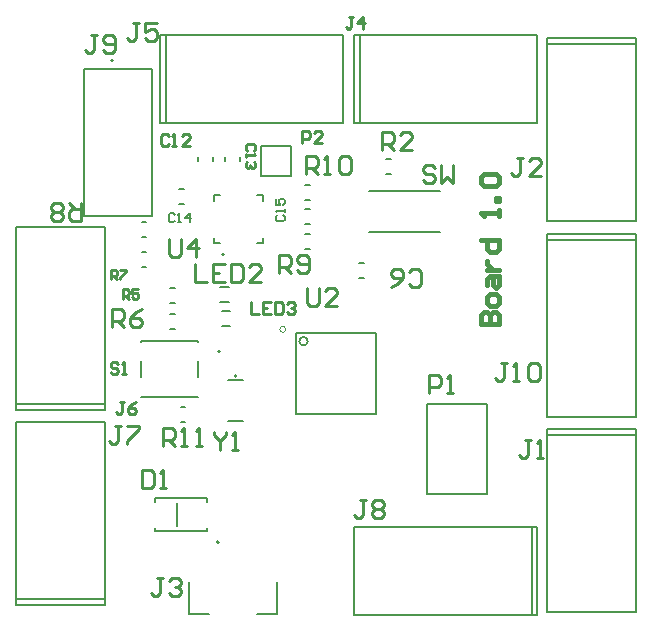
<source format=gto>
G04*
G04 #@! TF.GenerationSoftware,Altium Limited,Altium Designer,23.3.1 (30)*
G04*
G04 Layer_Color=65535*
%FSLAX25Y25*%
%MOIN*%
G70*
G04*
G04 #@! TF.SameCoordinates,C0566122-47CB-4EAD-8267-09603FDD0119*
G04*
G04*
G04 #@! TF.FilePolarity,Positive*
G04*
G01*
G75*
%ADD10C,0.00787*%
%ADD11C,0.00000*%
%ADD12C,0.00600*%
%ADD13C,0.00500*%
%ADD14C,0.01500*%
%ADD15C,0.01000*%
%ADD16C,0.00800*%
D10*
X244929Y203906D02*
G03*
X244929Y203906I-394J0D01*
G01*
X209327Y300862D02*
G03*
X209327Y300862I-394J0D01*
G01*
X250394Y195768D02*
G03*
X250394Y195768I-394J0D01*
G01*
X244486Y140307D02*
G03*
X244486Y140307I-394J0D01*
G01*
X246276Y236189D02*
G03*
X246276Y236189I-394J0D01*
G01*
X231716Y180500D02*
X233291D01*
X231716Y185500D02*
X233291D01*
X218713Y237000D02*
X220288D01*
X218713Y232000D02*
X220288D01*
X242500Y267213D02*
Y268787D01*
X237500Y267213D02*
Y268787D01*
X258500Y262500D02*
Y272500D01*
Y262500D02*
X268500D01*
Y272500D01*
X258500D02*
X268500D01*
X231217Y258000D02*
X232791D01*
X231217Y253000D02*
X232791D01*
X300216Y263000D02*
X301791D01*
X300216Y268000D02*
X301791D01*
X291213Y233500D02*
X292787D01*
X291213Y228500D02*
X292787D01*
X244996Y220539D02*
X247752D01*
X244996Y225461D02*
X247752D01*
X245496Y212539D02*
X248252D01*
X245496Y217461D02*
X248252D01*
X228217Y216500D02*
X229791D01*
X228217Y211500D02*
X229791D01*
X273213Y246500D02*
X274787D01*
X273213Y251500D02*
X274787D01*
X218709Y247000D02*
X220284D01*
X218709Y242000D02*
X220284D01*
X251500Y267213D02*
Y268787D01*
X246500Y267213D02*
Y268787D01*
X273212Y238000D02*
X274787D01*
X273212Y243000D02*
X274787D01*
X273212Y254500D02*
X274787D01*
X273212Y259500D02*
X274787D01*
X228212Y225000D02*
X229787D01*
X228212Y220000D02*
X229787D01*
X223303Y143988D02*
Y145169D01*
X240626Y153831D02*
Y155012D01*
X223303D02*
X240626D01*
X223303Y153831D02*
Y155012D01*
X240626Y143988D02*
Y145169D01*
X223303Y143988D02*
X240626D01*
X230488Y145563D02*
Y153437D01*
X314000Y156500D02*
Y186500D01*
Y156500D02*
X334000D01*
Y186500D01*
X314000D02*
X334000D01*
D11*
X266783Y211264D02*
G03*
X266783Y211264I-1000J0D01*
G01*
D12*
X274114Y207300D02*
G03*
X274114Y207300I-1414J0D01*
G01*
X270114Y209886D02*
X296886D01*
X270114Y183114D02*
Y209886D01*
Y183114D02*
X296886D01*
Y209886D01*
D13*
X218551Y188551D02*
Y188866D01*
Y207134D02*
Y207449D01*
X237449Y188551D02*
Y188866D01*
Y207134D02*
Y207449D01*
X218551Y188551D02*
X237449D01*
X218551Y207449D02*
X237449D01*
Y195441D02*
Y200559D01*
X218551Y195441D02*
Y200559D01*
X222319Y249091D02*
Y297909D01*
X199681D02*
X222319D01*
X199681Y249091D02*
Y297909D01*
Y249091D02*
X222319D01*
X247441Y180728D02*
X252559D01*
X247441Y194272D02*
X252559D01*
X348713Y115965D02*
Y145492D01*
X350681D01*
X289657D02*
X348713D01*
X289657Y115965D02*
Y145492D01*
Y115965D02*
X348713D01*
X350681D01*
Y145492D01*
X354008Y176028D02*
X383535D01*
X354008D02*
Y177996D01*
Y116972D02*
Y176028D01*
Y116972D02*
X383535D01*
Y176028D01*
Y177996D01*
X354008D02*
X383535D01*
X354008Y241028D02*
X383535D01*
X354008D02*
Y242996D01*
Y181972D02*
Y241028D01*
Y181972D02*
X383535D01*
Y241028D01*
Y242996D01*
X354008D02*
X383535D01*
X354008Y306528D02*
X383535D01*
X354008D02*
Y308496D01*
Y247472D02*
Y306528D01*
Y247472D02*
X383535D01*
Y306528D01*
Y308496D01*
X354008D02*
X383535D01*
X291472Y280008D02*
Y309535D01*
X289504Y280008D02*
X291472D01*
X350528D01*
Y309535D01*
X291472D02*
X350528D01*
X289504D02*
X291472D01*
X289504Y280008D02*
Y309535D01*
X226787Y280008D02*
Y309535D01*
X224819Y280008D02*
X226787D01*
X285843D01*
Y309535D01*
X226787D02*
X285843D01*
X224819D02*
X226787D01*
X224819Y280008D02*
Y309535D01*
X294689Y243610D02*
X318311D01*
X294689Y257390D02*
X318311D01*
X176965Y186472D02*
X206492D01*
Y184504D02*
Y186472D01*
Y245528D01*
X176965D02*
X206492D01*
X176965Y186472D02*
Y245528D01*
Y184504D02*
Y186472D01*
Y184504D02*
X206492D01*
X176965Y121287D02*
X206492D01*
Y119319D02*
Y121287D01*
Y180343D01*
X176965D02*
X206492D01*
X176965Y121287D02*
Y180343D01*
Y119319D02*
Y121287D01*
Y119319D02*
X206492D01*
X257065Y116291D02*
X263974D01*
X234447D02*
X241356D01*
X234447D02*
Y126921D01*
X263974Y116291D02*
Y126921D01*
X242929Y239929D02*
Y241858D01*
Y239929D02*
X244858D01*
X259071Y254142D02*
Y256071D01*
X257142D02*
X259071D01*
X257142Y239929D02*
X259071D01*
Y241858D01*
X242929Y256071D02*
X244858D01*
X242929Y254142D02*
Y256071D01*
X264000Y249251D02*
X263500Y248751D01*
Y247751D01*
X264000Y247251D01*
X266000D01*
X266499Y247751D01*
Y248751D01*
X266000Y249251D01*
X266499Y250250D02*
Y251250D01*
Y250750D01*
X263500D01*
X264000Y250250D01*
X263500Y254749D02*
Y252749D01*
X265000D01*
X264500Y253749D01*
Y254249D01*
X265000Y254749D01*
X266000D01*
X266499Y254249D01*
Y253249D01*
X266000Y252749D01*
D14*
X332002Y213000D02*
X338000D01*
Y215999D01*
X337000Y216999D01*
X336001D01*
X335001Y215999D01*
Y213000D01*
Y215999D01*
X334001Y216999D01*
X333002D01*
X332002Y215999D01*
Y213000D01*
X338000Y219998D02*
Y221997D01*
X337000Y222997D01*
X335001D01*
X334001Y221997D01*
Y219998D01*
X335001Y218998D01*
X337000D01*
X338000Y219998D01*
X334001Y225996D02*
Y227995D01*
X335001Y228995D01*
X338000D01*
Y225996D01*
X337000Y224996D01*
X336001Y225996D01*
Y228995D01*
X334001Y230994D02*
X338000D01*
X336001D01*
X335001Y231994D01*
X334001Y232994D01*
Y233993D01*
X332002Y240991D02*
X338000D01*
Y237992D01*
X337000Y236992D01*
X335001D01*
X334001Y237992D01*
Y240991D01*
X338000Y248988D02*
Y250988D01*
Y249988D01*
X332002D01*
X333002Y248988D01*
X338000Y253987D02*
X337000D01*
Y254986D01*
X338000D01*
Y253987D01*
X333002Y258985D02*
X332002Y259985D01*
Y261984D01*
X333002Y262984D01*
X337000D01*
X338000Y261984D01*
Y259985D01*
X337000Y258985D01*
X333002D01*
D15*
X211000Y199812D02*
X210344Y200468D01*
X209032D01*
X208376Y199812D01*
Y199156D01*
X209032Y198500D01*
X210344D01*
X211000Y197844D01*
Y197188D01*
X210344Y196532D01*
X209032D01*
X208376Y197188D01*
X212312Y196532D02*
X213624D01*
X212968D01*
Y200468D01*
X212312Y199812D01*
X226002Y172501D02*
Y178499D01*
X229001D01*
X230001Y177499D01*
Y175500D01*
X229001Y174500D01*
X226002D01*
X228001D02*
X230001Y172501D01*
X232000D02*
X233999D01*
X233000D01*
Y178499D01*
X232000Y177499D01*
X236999Y172501D02*
X238998D01*
X237998D01*
Y178499D01*
X236999Y177499D01*
X340501Y199999D02*
X338502D01*
X339502D01*
Y195001D01*
X338502Y194001D01*
X337502D01*
X336502Y195001D01*
X342500Y194001D02*
X344500D01*
X343500D01*
Y199999D01*
X342500Y198999D01*
X347499D02*
X348499Y199999D01*
X350498D01*
X351498Y198999D01*
Y195001D01*
X350498Y194001D01*
X348499D01*
X347499Y195001D01*
Y198999D01*
X274002Y224999D02*
Y220001D01*
X275001Y219001D01*
X277001D01*
X278000Y220001D01*
Y224999D01*
X283998Y219001D02*
X280000D01*
X283998Y223000D01*
Y223999D01*
X282999Y224999D01*
X280999D01*
X280000Y223999D01*
X218900Y164398D02*
Y158400D01*
X221899D01*
X222899Y159400D01*
Y163398D01*
X221899Y164398D01*
X218900D01*
X224898Y158400D02*
X226897D01*
X225898D01*
Y164398D01*
X224898Y163398D01*
X228002Y241499D02*
Y236501D01*
X229001Y235501D01*
X231001D01*
X232000Y236501D01*
Y241499D01*
X236999Y235501D02*
Y241499D01*
X234000Y238500D01*
X237998D01*
X273502Y263001D02*
Y268999D01*
X276501D01*
X277501Y267999D01*
Y266000D01*
X276501Y265000D01*
X273502D01*
X275502D02*
X277501Y263001D01*
X279501D02*
X281500D01*
X280500D01*
Y268999D01*
X279501Y267999D01*
X284499D02*
X285498Y268999D01*
X287498D01*
X288498Y267999D01*
Y264001D01*
X287498Y263001D01*
X285498D01*
X284499Y264001D01*
Y267999D01*
X264502Y230001D02*
Y235999D01*
X267501D01*
X268500Y234999D01*
Y233000D01*
X267501Y232000D01*
X264502D01*
X266501D02*
X268500Y230001D01*
X270500Y231001D02*
X271499Y230001D01*
X273499D01*
X274498Y231001D01*
Y234999D01*
X273499Y235999D01*
X271499D01*
X270500Y234999D01*
Y234000D01*
X271499Y233000D01*
X274498D01*
X198498Y253499D02*
Y247501D01*
X195499D01*
X194500Y248501D01*
Y250500D01*
X195499Y251500D01*
X198498D01*
X196499D02*
X194500Y253499D01*
X192500Y248501D02*
X191501Y247501D01*
X189501D01*
X188502Y248501D01*
Y249500D01*
X189501Y250500D01*
X188502Y251500D01*
Y252499D01*
X189501Y253499D01*
X191501D01*
X192500Y252499D01*
Y251500D01*
X191501Y250500D01*
X192500Y249500D01*
Y248501D01*
X191501Y250500D02*
X189501D01*
X208376Y227926D02*
Y231074D01*
X209950D01*
X210475Y230550D01*
Y229500D01*
X209950Y228975D01*
X208376D01*
X209426D02*
X210475Y227926D01*
X211525Y231074D02*
X213624D01*
Y230550D01*
X211525Y228450D01*
Y227926D01*
X272220Y273532D02*
Y277468D01*
X274188D01*
X274844Y276812D01*
Y275500D01*
X274188Y274844D01*
X272220D01*
X278780Y273532D02*
X276156D01*
X278780Y276156D01*
Y276812D01*
X278124Y277468D01*
X276812D01*
X276156Y276812D01*
X204000Y309499D02*
X202001D01*
X203001D01*
Y304501D01*
X202001Y303501D01*
X201001D01*
X200002Y304501D01*
X206000D02*
X206999Y303501D01*
X208999D01*
X209998Y304501D01*
Y308499D01*
X208999Y309499D01*
X206999D01*
X206000Y308499D01*
Y307500D01*
X206999Y306500D01*
X209998D01*
X256049Y270837D02*
X256574Y271361D01*
Y272411D01*
X256049Y272936D01*
X253951D01*
X253426Y272411D01*
Y271361D01*
X253951Y270837D01*
X253426Y269787D02*
Y268738D01*
Y269262D01*
X256574D01*
X256049Y269787D01*
Y267163D02*
X256574Y266638D01*
Y265589D01*
X256049Y265064D01*
X255525D01*
X255000Y265589D01*
Y266114D01*
Y265589D01*
X254475Y265064D01*
X253951D01*
X253426Y265589D01*
Y266638D01*
X253951Y267163D01*
X227704Y275812D02*
X227048Y276468D01*
X225736D01*
X225080Y275812D01*
Y273188D01*
X225736Y272532D01*
X227048D01*
X227704Y273188D01*
X229016Y272532D02*
X230328D01*
X229672D01*
Y276468D01*
X229016Y275812D01*
X234920Y272532D02*
X232296D01*
X234920Y275156D01*
Y275812D01*
X234264Y276468D01*
X232952D01*
X232296Y275812D01*
X243001Y176999D02*
Y175999D01*
X245001Y174000D01*
X247000Y175999D01*
Y176999D01*
X245001Y174000D02*
Y171001D01*
X248999D02*
X250999D01*
X249999D01*
Y176999D01*
X248999Y175999D01*
X226000Y128499D02*
X224001D01*
X225001D01*
Y123501D01*
X224001Y122501D01*
X223001D01*
X222002Y123501D01*
X228000Y127499D02*
X228999Y128499D01*
X230999D01*
X231998Y127499D01*
Y126500D01*
X230999Y125500D01*
X229999D01*
X230999D01*
X231998Y124500D01*
Y123501D01*
X230999Y122501D01*
X228999D01*
X228000Y123501D01*
X293500Y154499D02*
X291501D01*
X292501D01*
Y149501D01*
X291501Y148501D01*
X290501D01*
X289502Y149501D01*
X295500Y153499D02*
X296499Y154499D01*
X298499D01*
X299498Y153499D01*
Y152500D01*
X298499Y151500D01*
X299498Y150500D01*
Y149501D01*
X298499Y148501D01*
X296499D01*
X295500Y149501D01*
Y150500D01*
X296499Y151500D01*
X295500Y152500D01*
Y153499D01*
X296499Y151500D02*
X298499D01*
X212000Y178999D02*
X210001D01*
X211001D01*
Y174001D01*
X210001Y173001D01*
X209001D01*
X208002Y174001D01*
X214000Y178999D02*
X217998D01*
Y177999D01*
X214000Y174001D01*
Y173001D01*
X212844Y186968D02*
X211532D01*
X212188D01*
Y183688D01*
X211532Y183032D01*
X210876D01*
X210220Y183688D01*
X216780Y186968D02*
X215468Y186312D01*
X214156Y185000D01*
Y183688D01*
X214812Y183032D01*
X216124D01*
X216780Y183688D01*
Y184344D01*
X216124Y185000D01*
X214156D01*
X218000Y313499D02*
X216001D01*
X217001D01*
Y308501D01*
X216001Y307501D01*
X215001D01*
X214002Y308501D01*
X223998Y313499D02*
X220000D01*
Y310500D01*
X221999Y311500D01*
X222999D01*
X223998Y310500D01*
Y308501D01*
X222999Y307501D01*
X220999D01*
X220000Y308501D01*
X289344Y315468D02*
X288032D01*
X288688D01*
Y312188D01*
X288032Y311532D01*
X287376D01*
X286720Y312188D01*
X292624Y311532D02*
Y315468D01*
X290656Y313500D01*
X293280D01*
X346000Y268499D02*
X344001D01*
X345001D01*
Y263501D01*
X344001Y262501D01*
X343001D01*
X342002Y263501D01*
X351998Y262501D02*
X348000D01*
X351998Y266500D01*
Y267499D01*
X350999Y268499D01*
X348999D01*
X348000Y267499D01*
X316500Y264999D02*
X315501Y265999D01*
X313501D01*
X312502Y264999D01*
Y264000D01*
X313501Y263000D01*
X315501D01*
X316500Y262000D01*
Y261001D01*
X315501Y260001D01*
X313501D01*
X312502Y261001D01*
X318500Y265999D02*
Y260001D01*
X320499Y262000D01*
X322498Y260001D01*
Y265999D01*
X209002Y212001D02*
Y217999D01*
X212001D01*
X213000Y216999D01*
Y215000D01*
X212001Y214000D01*
X209002D01*
X211001D02*
X213000Y212001D01*
X218998Y217999D02*
X216999Y216999D01*
X215000Y215000D01*
Y213001D01*
X215999Y212001D01*
X217999D01*
X218998Y213001D01*
Y214000D01*
X217999Y215000D01*
X215000D01*
X212376Y221426D02*
Y224574D01*
X213950D01*
X214475Y224049D01*
Y223000D01*
X213950Y222475D01*
X212376D01*
X213426D02*
X214475Y221426D01*
X217624Y224574D02*
X215525D01*
Y223000D01*
X216574Y223525D01*
X217099D01*
X217624Y223000D01*
Y221951D01*
X217099Y221426D01*
X216050D01*
X215525Y221951D01*
X299002Y271001D02*
Y276999D01*
X302001D01*
X303000Y275999D01*
Y274000D01*
X302001Y273000D01*
X299002D01*
X301001D02*
X303000Y271001D01*
X308998D02*
X305000D01*
X308998Y275000D01*
Y275999D01*
X307999Y276999D01*
X305999D01*
X305000Y275999D01*
X314600Y189900D02*
Y195898D01*
X317599D01*
X318599Y194898D01*
Y192899D01*
X317599Y191899D01*
X314600D01*
X320598Y189900D02*
X322597D01*
X321598D01*
Y195898D01*
X320598Y194898D01*
X255285Y220468D02*
Y216532D01*
X257908D01*
X261844Y220468D02*
X259220D01*
Y216532D01*
X261844D01*
X259220Y218500D02*
X260532D01*
X263156Y220468D02*
Y216532D01*
X265124D01*
X265780Y217188D01*
Y219812D01*
X265124Y220468D01*
X263156D01*
X267092Y219812D02*
X267748Y220468D01*
X269060D01*
X269715Y219812D01*
Y219156D01*
X269060Y218500D01*
X268404D01*
X269060D01*
X269715Y217844D01*
Y217188D01*
X269060Y216532D01*
X267748D01*
X267092Y217188D01*
X236504Y232999D02*
Y227001D01*
X240502D01*
X246500Y232999D02*
X242502D01*
Y227001D01*
X246500D01*
X242502Y230000D02*
X244501D01*
X248500Y232999D02*
Y227001D01*
X251499D01*
X252498Y228001D01*
Y231999D01*
X251499Y232999D01*
X248500D01*
X258496Y227001D02*
X254498D01*
X258496Y231000D01*
Y231999D01*
X257497Y232999D01*
X255497D01*
X254498Y231999D01*
X348500Y174499D02*
X346501D01*
X347500D01*
Y169501D01*
X346501Y168501D01*
X345501D01*
X344501Y169501D01*
X350499Y168501D02*
X352499D01*
X351499D01*
Y174499D01*
X350499Y173499D01*
X308000Y226501D02*
X308999Y225501D01*
X310999D01*
X311998Y226501D01*
Y230499D01*
X310999Y231499D01*
X308999D01*
X308000Y230499D01*
X302002Y225501D02*
X304001Y226501D01*
X306000Y228500D01*
Y230499D01*
X305001Y231499D01*
X303001D01*
X302002Y230499D01*
Y229500D01*
X303001Y228500D01*
X306000D01*
D16*
X229751Y249500D02*
X229251Y249999D01*
X228251D01*
X227751Y249500D01*
Y247500D01*
X228251Y247001D01*
X229251D01*
X229751Y247500D01*
X230750Y247001D02*
X231750D01*
X231250D01*
Y249999D01*
X230750Y249500D01*
X234749Y247001D02*
Y249999D01*
X233249Y248500D01*
X235249D01*
M02*

</source>
